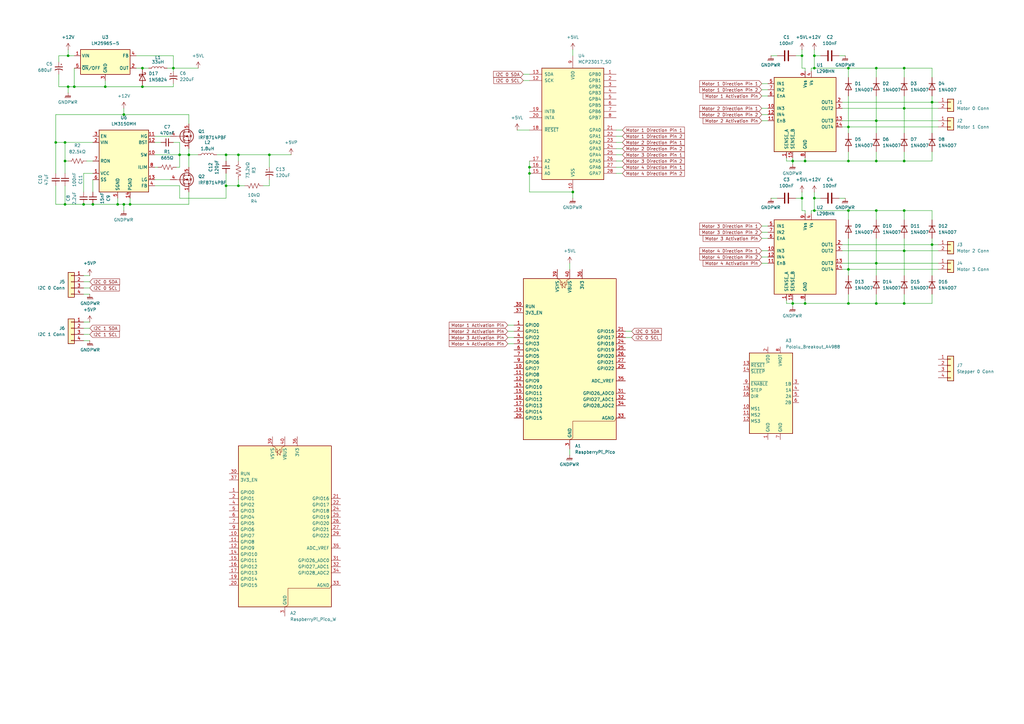
<source format=kicad_sch>
(kicad_sch (version 20250114) (generator "eeschema") (generator_version "9.0")
  (paper "A3")
  (junction (at 27.94 22.86))
  (junction (at 26.67 66.04))
  (junction (at 334.01 86.36))
  (junction (at 234.95 78.74))
  (junction (at 30.48 35.56))
  (junction (at 370.84 44.45))
  (junction (at 50.8 83.82))
  (junction (at 359.41 27.94))
  (junction (at 38.1 83.82))
  (junction (at 48.26 83.82))
  (junction (at 370.84 66.04))
  (junction (at 328.93 81.28))
  (junction (at 217.17 71.12))
  (junction (at 370.84 124.46))
  (junction (at 26.67 58.42))
  (junction (at 71.12 27.94))
  (junction (at 34.29 83.82))
  (junction (at 382.27 100.33))
  (junction (at 325.12 66.04))
  (junction (at 359.41 49.53))
  (junction (at 110.49 63.5))
  (junction (at 53.34 83.82))
  (junction (at 73.66 63.5))
  (junction (at 58.42 27.94))
  (junction (at 347.98 27.94))
  (junction (at 330.2 66.04))
  (junction (at 217.17 68.58))
  (junction (at 334.01 22.86))
  (junction (at 77.47 63.5))
  (junction (at 43.18 35.56))
  (junction (at 97.79 76.2))
  (junction (at 347.98 52.07))
  (junction (at 334.01 81.28))
  (junction (at 50.8 46.99))
  (junction (at 359.41 124.46))
  (junction (at 347.98 110.49))
  (junction (at 359.41 107.95))
  (junction (at 334.01 27.94))
  (junction (at 92.71 63.5))
  (junction (at 347.98 66.04))
  (junction (at 22.86 58.42))
  (junction (at 347.98 86.36))
  (junction (at 347.98 124.46))
  (junction (at 370.84 86.36))
  (junction (at 26.67 83.82))
  (junction (at 359.41 66.04))
  (junction (at 382.27 41.91))
  (junction (at 325.12 124.46))
  (junction (at 370.84 102.87))
  (junction (at 330.2 124.46))
  (junction (at 370.84 27.94))
  (junction (at 97.79 63.5))
  (junction (at 92.71 76.2))
  (junction (at 58.42 35.56))
  (junction (at 27.94 35.56))
  (junction (at 328.93 22.86))
  (junction (at 359.41 86.36))
  (wire (pts (xy 217.17 66.04) (xy 217.17 68.58)))
  (wire (pts (xy 347.98 66.04) (xy 359.41 66.04)))
  (wire (pts (xy 359.41 107.95) (xy 359.41 113.03)))
  (wire (pts (xy 77.47 60.96) (xy 77.47 63.5)))
  (wire (pts (xy 370.84 62.23) (xy 370.84 66.04)))
  (wire (pts (xy 326.39 81.28) (xy 328.93 81.28)))
  (wire (pts (xy 332.74 86.36) (xy 334.01 86.36)))
  (wire (pts (xy 214.63 30.48) (xy 217.17 30.48)))
  (wire (pts (xy 312.42 49.53) (xy 314.96 49.53)))
  (wire (pts (xy 26.67 66.04) (xy 27.94 66.04)))
  (wire (pts (xy 359.41 124.46) (xy 370.84 124.46)))
  (wire (pts (xy 255.27 63.5) (xy 252.73 63.5)))
  (wire (pts (xy 72.39 68.58) (xy 73.66 68.58)))
  (wire (pts (xy 312.42 105.41) (xy 314.96 105.41)))
  (wire (pts (xy 34.29 118.11) (xy 36.83 118.11)))
  (wire (pts (xy 316.23 22.86) (xy 318.77 22.86)))
  (wire (pts (xy 34.29 115.57) (xy 36.83 115.57)))
  (wire (pts (xy 370.84 124.46) (xy 382.27 124.46)))
  (wire (pts (xy 370.84 66.04) (xy 382.27 66.04)))
  (wire (pts (xy 63.5 58.42) (xy 66.04 58.42)))
  (wire (pts (xy 22.86 76.2) (xy 22.86 83.82)))
  (wire (pts (xy 24.13 22.86) (xy 24.13 25.4)))
  (wire (pts (xy 359.41 62.23) (xy 359.41 66.04)))
  (wire (pts (xy 233.68 184.15) (xy 233.68 186.69)))
  (wire (pts (xy 325.12 64.77) (xy 325.12 66.04)))
  (wire (pts (xy 328.93 78.74) (xy 328.93 81.28)))
  (wire (pts (xy 345.44 110.49) (xy 347.98 110.49)))
  (wire (pts (xy 208.28 135.89) (xy 210.82 135.89)))
  (wire (pts (xy 359.41 66.04) (xy 370.84 66.04)))
  (wire (pts (xy 370.84 86.36) (xy 370.84 90.17)))
  (wire (pts (xy 330.2 27.94) (xy 330.2 29.21)))
  (wire (pts (xy 212.09 53.34) (xy 217.17 53.34)))
  (wire (pts (xy 110.49 68.58) (xy 110.49 63.5)))
  (wire (pts (xy 255.27 66.04) (xy 252.73 66.04)))
  (wire (pts (xy 110.49 76.2) (xy 107.95 76.2)))
  (wire (pts (xy 73.66 63.5) (xy 73.66 68.58)))
  (wire (pts (xy 359.41 49.53) (xy 384.81 49.53)))
  (wire (pts (xy 77.47 63.5) (xy 81.28 63.5)))
  (wire (pts (xy 334.01 86.36) (xy 347.98 86.36)))
  (wire (pts (xy 334.01 81.28) (xy 336.55 81.28)))
  (wire (pts (xy 322.58 123.19) (xy 322.58 124.46)))
  (wire (pts (xy 316.23 81.28) (xy 318.77 81.28)))
  (wire (pts (xy 330.2 86.36) (xy 328.93 86.36)))
  (wire (pts (xy 344.17 81.28) (xy 346.71 81.28)))
  (wire (pts (xy 382.27 120.65) (xy 382.27 124.46)))
  (wire (pts (xy 233.68 107.95) (xy 233.68 110.49)))
  (wire (pts (xy 370.84 27.94) (xy 370.84 31.75)))
  (wire (pts (xy 345.44 41.91) (xy 382.27 41.91)))
  (wire (pts (xy 55.88 27.94) (xy 58.42 27.94)))
  (wire (pts (xy 50.8 46.99) (xy 22.86 46.99)))
  (wire (pts (xy 312.42 36.83) (xy 314.96 36.83)))
  (wire (pts (xy 345.44 102.87) (xy 370.84 102.87)))
  (wire (pts (xy 38.1 83.82) (xy 48.26 83.82)))
  (wire (pts (xy 330.2 87.63) (xy 330.2 86.36)))
  (wire (pts (xy 88.9 63.5) (xy 92.71 63.5)))
  (wire (pts (xy 347.98 39.37) (xy 347.98 52.07)))
  (wire (pts (xy 234.95 20.32) (xy 234.95 22.86)))
  (wire (pts (xy 73.66 63.5) (xy 77.47 63.5)))
  (wire (pts (xy 77.47 63.5) (xy 77.47 68.58)))
  (wire (pts (xy 312.42 97.79) (xy 314.96 97.79)))
  (wire (pts (xy 110.49 73.66) (xy 110.49 76.2)))
  (wire (pts (xy 73.66 76.2) (xy 63.5 76.2)))
  (wire (pts (xy 330.2 124.46) (xy 347.98 124.46)))
  (wire (pts (xy 334.01 22.86) (xy 334.01 27.94)))
  (wire (pts (xy 370.84 102.87) (xy 384.81 102.87)))
  (wire (pts (xy 359.41 107.95) (xy 384.81 107.95)))
  (wire (pts (xy 345.44 49.53) (xy 359.41 49.53)))
  (wire (pts (xy 55.88 22.86) (xy 71.12 22.86)))
  (wire (pts (xy 328.93 22.86) (xy 328.93 27.94)))
  (wire (pts (xy 255.27 68.58) (xy 252.73 68.58)))
  (wire (pts (xy 345.44 100.33) (xy 382.27 100.33)))
  (wire (pts (xy 347.98 97.79) (xy 347.98 110.49)))
  (wire (pts (xy 22.86 71.12) (xy 22.86 58.42)))
  (wire (pts (xy 30.48 22.86) (xy 27.94 22.86)))
  (wire (pts (xy 77.47 83.82) (xy 53.34 83.82)))
  (wire (pts (xy 97.79 76.2) (xy 100.33 76.2)))
  (wire (pts (xy 325.12 124.46) (xy 325.12 125.73)))
  (wire (pts (xy 322.58 64.77) (xy 322.58 66.04)))
  (wire (pts (xy 334.01 20.32) (xy 334.01 22.86)))
  (wire (pts (xy 359.41 27.94) (xy 359.41 31.75)))
  (wire (pts (xy 359.41 90.17) (xy 359.41 86.36)))
  (wire (pts (xy 330.2 124.46) (xy 325.12 124.46)))
  (wire (pts (xy 382.27 100.33) (xy 382.27 113.03)))
  (wire (pts (xy 38.1 73.66) (xy 38.1 78.74)))
  (wire (pts (xy 334.01 27.94) (xy 347.98 27.94)))
  (wire (pts (xy 255.27 58.42) (xy 252.73 58.42)))
  (wire (pts (xy 71.12 22.86) (xy 71.12 27.94)))
  (wire (pts (xy 370.84 44.45) (xy 384.81 44.45)))
  (wire (pts (xy 312.42 95.25) (xy 314.96 95.25)))
  (wire (pts (xy 77.47 78.74) (xy 77.47 83.82)))
  (wire (pts (xy 382.27 100.33) (xy 384.81 100.33)))
  (wire (pts (xy 27.94 35.56) (xy 30.48 35.56)))
  (wire (pts (xy 71.12 27.94) (xy 81.28 27.94)))
  (wire (pts (xy 312.42 46.99) (xy 314.96 46.99)))
  (wire (pts (xy 370.84 44.45) (xy 370.84 54.61)))
  (wire (pts (xy 347.98 110.49) (xy 347.98 113.03)))
  (wire (pts (xy 36.83 139.7) (xy 34.29 139.7)))
  (wire (pts (xy 22.86 46.99) (xy 22.86 58.42)))
  (wire (pts (xy 382.27 31.75) (xy 382.27 27.94)))
  (wire (pts (xy 43.18 35.56) (xy 30.48 35.56)))
  (wire (pts (xy 382.27 86.36) (xy 370.84 86.36)))
  (wire (pts (xy 77.47 50.8) (xy 77.47 46.99)))
  (wire (pts (xy 255.27 55.88) (xy 252.73 55.88)))
  (wire (pts (xy 255.27 53.34) (xy 252.73 53.34)))
  (wire (pts (xy 255.27 71.12) (xy 252.73 71.12)))
  (wire (pts (xy 58.42 35.56) (xy 71.12 35.56)))
  (wire (pts (xy 347.98 90.17) (xy 347.98 86.36)))
  (wire (pts (xy 234.95 78.74) (xy 234.95 81.28)))
  (wire (pts (xy 370.84 86.36) (xy 359.41 86.36)))
  (wire (pts (xy 22.86 58.42) (xy 26.67 58.42)))
  (wire (pts (xy 347.98 27.94) (xy 359.41 27.94)))
  (wire (pts (xy 347.98 62.23) (xy 347.98 66.04)))
  (wire (pts (xy 34.29 137.16) (xy 36.83 137.16)))
  (wire (pts (xy 217.17 71.12) (xy 217.17 78.74)))
  (wire (pts (xy 92.71 63.5) (xy 92.71 66.04)))
  (wire (pts (xy 110.49 63.5) (xy 119.38 63.5)))
  (wire (pts (xy 359.41 86.36) (xy 347.98 86.36)))
  (wire (pts (xy 71.12 34.29) (xy 71.12 35.56)))
  (wire (pts (xy 77.47 46.99) (xy 50.8 46.99)))
  (wire (pts (xy 334.01 78.74) (xy 334.01 81.28)))
  (wire (pts (xy 359.41 39.37) (xy 359.41 49.53)))
  (wire (pts (xy 312.42 39.37) (xy 314.96 39.37)))
  (wire (pts (xy 312.42 44.45) (xy 314.96 44.45)))
  (wire (pts (xy 208.28 138.43) (xy 210.82 138.43)))
  (wire (pts (xy 217.17 68.58) (xy 217.17 71.12)))
  (wire (pts (xy 359.41 120.65) (xy 359.41 124.46)))
  (wire (pts (xy 345.44 52.07) (xy 347.98 52.07)))
  (wire (pts (xy 382.27 97.79) (xy 382.27 100.33)))
  (wire (pts (xy 322.58 66.04) (xy 325.12 66.04)))
  (wire (pts (xy 328.93 27.94) (xy 330.2 27.94)))
  (wire (pts (xy 312.42 107.95) (xy 314.96 107.95)))
  (wire (pts (xy 334.01 81.28) (xy 334.01 86.36)))
  (wire (pts (xy 27.94 35.56) (xy 27.94 38.1)))
  (wire (pts (xy 92.71 63.5) (xy 97.79 63.5)))
  (wire (pts (xy 30.48 27.94) (xy 30.48 35.56)))
  (wire (pts (xy 328.93 20.32) (xy 328.93 22.86)))
  (wire (pts (xy 359.41 27.94) (xy 370.84 27.94)))
  (wire (pts (xy 312.42 92.71) (xy 314.96 92.71)))
  (wire (pts (xy 58.42 27.94) (xy 60.96 27.94)))
  (wire (pts (xy 92.71 81.28) (xy 92.71 76.2)))
  (wire (pts (xy 382.27 41.91) (xy 382.27 54.61)))
  (wire (pts (xy 73.66 76.2) (xy 73.66 81.28)))
  (wire (pts (xy 34.29 71.12) (xy 38.1 71.12)))
  (wire (pts (xy 334.01 27.94) (xy 332.74 27.94)))
  (wire (pts (xy 35.56 66.04) (xy 38.1 66.04)))
  (wire (pts (xy 359.41 97.79) (xy 359.41 107.95)))
  (wire (pts (xy 26.67 83.82) (xy 34.29 83.82)))
  (wire (pts (xy 370.84 97.79) (xy 370.84 102.87)))
  (wire (pts (xy 92.71 76.2) (xy 97.79 76.2)))
  (wire (pts (xy 344.17 22.86) (xy 346.71 22.86)))
  (wire (pts (xy 370.84 120.65) (xy 370.84 124.46)))
  (wire (pts (xy 312.42 102.87) (xy 314.96 102.87)))
  (wire (pts (xy 48.26 81.28) (xy 48.26 83.82)))
  (wire (pts (xy 36.83 113.03) (xy 34.29 113.03)))
  (wire (pts (xy 50.8 83.82) (xy 53.34 83.82)))
  (wire (pts (xy 71.12 27.94) (xy 71.12 29.21)))
  (wire (pts (xy 217.17 78.74) (xy 234.95 78.74)))
  (wire (pts (xy 345.44 44.45) (xy 370.84 44.45)))
  (wire (pts (xy 332.74 27.94) (xy 332.74 29.21)))
  (wire (pts (xy 43.18 35.56) (xy 43.18 33.02)))
  (wire (pts (xy 24.13 35.56) (xy 27.94 35.56)))
  (wire (pts (xy 370.84 102.87) (xy 370.84 113.03)))
  (wire (pts (xy 214.63 33.02) (xy 217.17 33.02)))
  (wire (pts (xy 382.27 90.17) (xy 382.27 86.36)))
  (wire (pts (xy 34.29 78.74) (xy 34.29 71.12)))
  (wire (pts (xy 326.39 22.86) (xy 328.93 22.86)))
  (wire (pts (xy 332.74 87.63) (xy 332.74 86.36)))
  (wire (pts (xy 330.2 64.77) (xy 330.2 66.04)))
  (wire (pts (xy 24.13 30.48) (xy 24.13 35.56)))
  (wire (pts (xy 36.83 132.08) (xy 34.29 132.08)))
  (wire (pts (xy 328.93 81.28) (xy 328.93 86.36)))
  (wire (pts (xy 347.98 110.49) (xy 384.81 110.49)))
  (wire (pts (xy 347.98 52.07) (xy 347.98 54.61)))
  (wire (pts (xy 347.98 52.07) (xy 384.81 52.07)))
  (wire (pts (xy 325.12 66.04) (xy 330.2 66.04)))
  (wire (pts (xy 24.13 22.86) (xy 27.94 22.86)))
  (wire (pts (xy 97.79 76.2) (xy 97.79 73.66)))
  (wire (pts (xy 92.71 71.12) (xy 92.71 76.2)))
  (wire (pts (xy 325.12 66.04) (xy 325.12 67.31)))
  (wire (pts (xy 256.54 135.89) (xy 259.08 135.89)))
  (wire (pts (xy 34.29 134.62) (xy 36.83 134.62)))
  (wire (pts (xy 73.66 58.42) (xy 73.66 63.5)))
  (wire (pts (xy 256.54 138.43) (xy 259.08 138.43)))
  (wire (pts (xy 312.42 34.29) (xy 314.96 34.29)))
  (wire (pts (xy 208.28 140.97) (xy 210.82 140.97)))
  (wire (pts (xy 325.12 124.46) (xy 325.12 123.19)))
  (wire (pts (xy 382.27 62.23) (xy 382.27 66.04)))
  (wire (pts (xy 347.98 66.04) (xy 330.2 66.04)))
  (wire (pts (xy 382.27 39.37) (xy 382.27 41.91)))
  (wire (pts (xy 26.67 58.42) (xy 38.1 58.42)))
  (wire (pts (xy 345.44 107.95) (xy 359.41 107.95)))
  (wire (pts (xy 382.27 41.91) (xy 384.81 41.91)))
  (wire (pts (xy 50.8 44.45) (xy 50.8 46.99)))
  (wire (pts (xy 208.28 133.35) (xy 210.82 133.35)))
  (wire (pts (xy 50.8 83.82) (xy 50.8 86.36)))
  (wire (pts (xy 63.5 63.5) (xy 73.66 63.5)))
  (wire (pts (xy 22.86 83.82) (xy 26.67 83.82)))
  (wire (pts (xy 48.26 83.82) (xy 50.8 83.82)))
  (wire (pts (xy 36.83 120.65) (xy 34.29 120.65)))
  (wire (pts (xy 255.27 60.96) (xy 252.73 60.96)))
  (wire (pts (xy 330.2 123.19) (xy 330.2 124.46)))
  (wire (pts (xy 27.94 22.86) (xy 27.94 20.32)))
  (wire (pts (xy 347.98 120.65) (xy 347.98 124.46)))
  (wire (pts (xy 53.34 81.28) (xy 53.34 83.82)))
  (wire (pts (xy 71.12 58.42) (xy 73.66 58.42)))
  (wire (pts (xy 347.98 27.94) (xy 347.98 31.75)))
  (wire (pts (xy 334.01 22.86) (xy 336.55 22.86)))
  (wire (pts (xy 43.18 35.56) (xy 58.42 35.56)))
  (wire (pts (xy 73.66 81.28) (xy 92.71 81.28)))
  (wire (pts (xy 370.84 27.94) (xy 382.27 27.94)))
  (wire (pts (xy 63.5 68.58) (xy 64.77 68.58)))
  (wire (pts (xy 26.67 66.04) (xy 26.67 71.12)))
  (wire (pts (xy 34.29 83.82) (xy 38.1 83.82)))
  (wire (pts (xy 347.98 124.46) (xy 359.41 124.46)))
  (wire (pts (xy 97.79 66.04) (xy 97.79 63.5)))
  (wire (pts (xy 71.12 27.94) (xy 68.58 27.94)))
  (wire (pts (xy 26.67 58.42) (xy 26.67 66.04)))
  (wire (pts (xy 63.5 55.88) (xy 69.85 55.88)))
  (wire (pts (xy 26.67 76.2) (xy 26.67 83.82)))
  (wire (pts (xy 370.84 39.37) (xy 370.84 44.45)))
  (wire (pts (xy 322.58 124.46) (xy 325.12 124.46)))
  (wire (pts (xy 63.5 73.66) (xy 69.85 73.66)))
  (wire (pts (xy 359.41 49.53) (xy 359.41 54.61)))
  (wire (pts (xy 97.79 63.5) (xy 110.49 63.5)))
  (global_label "Motor 4 Activation Pin" (shape input) (at 208.28 140.97 180) (property "Intersheetrefs" "${INTERSHEET_REFS}" (effects (hide yes))))
  (global_label "Motor 3 Activation Pin" (shape input) (at 208.28 138.43 180) (property "Intersheetrefs" "${INTERSHEET_REFS}" (effects (hide yes))))
  (global_label "Motor 1 Direction Pin 2" (shape input) (at 255.27 55.88 0) (property "Intersheetrefs" "${INTERSHEET_REFS}" (effects (hide yes))))
  (global_label "Motor 2 Activation Pin" (shape input) (at 312.42 49.53 180) (property "Intersheetrefs" "${INTERSHEET_REFS}" (effects (hide yes))))
  (global_label "I2C 0 SDA" (shape input) (at 214.63 30.48 180) (property "Intersheetrefs" "${INTERSHEET_REFS}" (effects (hide yes))))
  (global_label "Motor 3 Direction Pin 2" (shape input) (at 255.27 66.04 0) (property "Intersheetrefs" "${INTERSHEET_REFS}" (effects (hide yes))))
  (global_label "I2C 1 SCL" (shape input) (at 36.83 137.16 0) (property "Intersheetrefs" "${INTERSHEET_REFS}" (effects (hide yes))))
  (global_label "Motor 3 Activation Pin" (shape input) (at 312.42 97.79 180) (property "Intersheetrefs" "${INTERSHEET_REFS}" (effects (hide yes))))
  (global_label "Motor 1 Activation Pin" (shape input) (at 312.42 39.37 180) (property "Intersheetrefs" "${INTERSHEET_REFS}" (effects (hide yes))))
  (global_label "I2C 0 SCL" (shape input) (at 259.08 138.43 0) (property "Intersheetrefs" "${INTERSHEET_REFS}" (effects (hide yes))))
  (global_label "Motor 2 Direction Pin 1" (shape input) (at 312.42 44.45 180) (property "Intersheetrefs" "${INTERSHEET_REFS}" (effects (hide yes))))
  (global_label "I2C 1 SDA" (shape input) (at 36.83 134.62 0) (property "Intersheetrefs" "${INTERSHEET_REFS}" (effects (hide yes))))
  (global_label "Motor 3 Direction Pin 2" (shape input) (at 312.42 95.25 180) (property "Intersheetrefs" "${INTERSHEET_REFS}" (effects (hide yes))))
  (global_label "Motor 1 Activation Pin" (shape input) (at 208.28 133.35 180) (property "Intersheetrefs" "${INTERSHEET_REFS}" (effects (hide yes))))
  (global_label "Motor 1 Direction Pin 2" (shape input) (at 312.42 36.83 180) (property "Intersheetrefs" "${INTERSHEET_REFS}" (effects (hide yes))))
  (global_label "Motor 2 Direction Pin 2" (shape input) (at 312.42 46.99 180) (property "Intersheetrefs" "${INTERSHEET_REFS}" (effects (hide yes))))
  (global_label "I2C 0 SCL" (shape input) (at 36.83 118.11 0) (property "Intersheetrefs" "${INTERSHEET_REFS}" (effects (hide yes))))
  (global_label "Motor 4 Direction Pin 2" (shape input) (at 312.42 105.41 180) (property "Intersheetrefs" "${INTERSHEET_REFS}" (effects (hide yes))))
  (global_label "Motor 4 Activation Pin" (shape input) (at 312.42 107.95 180) (property "Intersheetrefs" "${INTERSHEET_REFS}" (effects (hide yes))))
  (global_label "Motor 4 Direction Pin 1" (shape input) (at 312.42 102.87 180) (property "Intersheetrefs" "${INTERSHEET_REFS}" (effects (hide yes))))
  (global_label "I2C 0 SCL" (shape input) (at 214.63 33.02 180) (property "Intersheetrefs" "${INTERSHEET_REFS}" (effects (hide yes))))
  (global_label "I2C 0 SDA" (shape input) (at 259.08 135.89 0) (property "Intersheetrefs" "${INTERSHEET_REFS}" (effects (hide yes))))
  (global_label "Motor 2 Activation Pin" (shape input) (at 208.28 135.89 180) (property "Intersheetrefs" "${INTERSHEET_REFS}" (effects (hide yes))))
  (global_label "Motor 4 Direction Pin 2" (shape input) (at 255.27 71.12 0) (property "Intersheetrefs" "${INTERSHEET_REFS}" (effects (hide yes))))
  (global_label "I2C 0 SDA" (shape input) (at 36.83 115.57 0) (property "Intersheetrefs" "${INTERSHEET_REFS}" (effects (hide yes))))
  (global_label "Motor 1 Direction Pin 1" (shape input) (at 312.42 34.29 180) (property "Intersheetrefs" "${INTERSHEET_REFS}" (effects (hide yes))))
  (global_label "Motor 3 Direction Pin 1" (shape input) (at 255.27 63.5 0) (property "Intersheetrefs" "${INTERSHEET_REFS}" (effects (hide yes))))
  (global_label "Motor 2 Direction Pin 1" (shape input) (at 255.27 58.42 0) (property "Intersheetrefs" "${INTERSHEET_REFS}" (effects (hide yes))))
  (global_label "Motor 2 Direction Pin 2" (shape input) (at 255.27 60.96 0) (property "Intersheetrefs" "${INTERSHEET_REFS}" (effects (hide yes))))
  (global_label "Motor 1 Direction Pin 1" (shape input) (at 255.27 53.34 0) (property "Intersheetrefs" "${INTERSHEET_REFS}" (effects (hide yes))))
  (global_label "Motor 3 Direction Pin 1" (shape input) (at 312.42 92.71 180) (property "Intersheetrefs" "${INTERSHEET_REFS}" (effects (hide yes))))
  (global_label "Motor 4 Direction Pin 1" (shape input) (at 255.27 68.58 0) (property "Intersheetrefs" "${INTERSHEET_REFS}" (effects (hide yes))))
  (symbol (lib_id "power:GNDPWR") (at 27.94 38.1 0) (unit 1)
    (property "Reference" "#PWR014" (effects (hide yes)))
    (property "Value" "GNDPWR" (at 27.813 41.91 0))
    (property "Description" "Power symbol creates a global label with name \"GNDPWR\" , global ground" (effects (hide yes)))
  )
  (symbol (lib_id "Connector_Generic:Conn_01x02") (at 389.89 41.91 0) (unit 1)
    (property "Reference" "J1" (at 392.43 41.9099 0) (effects (justify left)))
    (property "Value" "Motor 0 Conn" (at 392.43 44.4499 0) (effects (justify left)))
    (property "Description" "Generic connector, single row, 01x02, script generated (kicad-library-utils/schlib/autogen/connector/)" (effects (hide yes)))
  )
  (symbol (lib_id "Diode:1N4007") (at 347.98 35.56 270) (unit 1)
    (property "Reference" "D1" (at 350.52 34.2899 90) (effects (justify left)))
    (property "Value" "1N4007" (at 350.52 36.8299 90) (effects (justify left)))
    (property "Footprint" "Diode_THT:D_DO-41_SOD81_P10.16mm_Horizontal" (effects (hide yes)))
    (property "Datasheet" "http://www.vishay.com/docs/88503/1n4001.pdf" (effects (hide yes)))
    (property "Description" "1000V 1A General Purpose Rectifier Diode, DO-41" (effects (hide yes)))
    (property "Sim.Device" "D" (effects (hide yes)))
    (property "Sim.Pins" "1=K 2=A" (effects (hide yes)))
  )
  (symbol (lib_id "Driver_Motor:L298HN") (at 330.2 46.99 0) (unit 1)
    (property "Reference" "U1" (at 334.8833 26.67 0) (effects (justify left)))
    (property "Value" "L298HN" (at 334.8833 29.21 0) (effects (justify left)))
    (property "Footprint" "Package_TO_SOT_THT:TO-220-15_P2.54x2.54mm_StaggerOdd_Lead5.84mm_TabDown" (effects (hide yes)))
    (property "Datasheet" "http://www.st.com/st-web-ui/static/active/en/resource/technical/document/datasheet/CD00000240.pdf" (effects (hide yes)))
    (property "Description" "Dual full bridge motor driver, up to 46V, 4A, Multiwatt15-H" (effects (hide yes)))
  )
  (symbol (lib_id "Diode:1N4007") (at 347.98 116.84 270) (unit 1)
    (property "Reference" "D13" (at 350.52 115.5699 90) (effects (justify left)))
    (property "Value" "1N4007" (at 350.52 118.1099 90) (effects (justify left)))
    (property "Footprint" "Diode_THT:D_DO-41_SOD81_P10.16mm_Horizontal" (effects (hide yes)))
    (property "Datasheet" "http://www.vishay.com/docs/88503/1n4001.pdf" (effects (hide yes)))
    (property "Description" "1000V 1A General Purpose Rectifier Diode, DO-41" (effects (hide yes)))
    (property "Sim.Device" "D" (effects (hide yes)))
    (property "Sim.Pins" "1=K 2=A" (effects (hide yes)))
  )
  (symbol (lib_id "Connector_Generic:Conn_01x04") (at 29.21 134.62 0) (mirror y) (unit 1)
    (property "Reference" "J6" (at 26.67 134.6199 0) (effects (justify left)))
    (property "Value" "I2C 1 Conn" (at 26.67 137.1599 0) (effects (justify left)))
    (property "Description" "Generic connector, single row, 01x04, script generated (kicad-library-utils/schlib/autogen/connector/)" (effects (hide yes)))
  )
  (symbol (lib_id "power:+12V") (at 334.01 20.32 0) (unit 1)
    (property "Reference" "#PWR04" (effects (hide yes)))
    (property "Value" "+12V" (at 334.01 15.24 0))
    (property "Description" "Power symbol creates a global label with name \"+12V\"" (effects (hide yes)))
  )
  (symbol (lib_id "power:+5VP") (at 36.83 113.03 0) (mirror y) (unit 1)
    (property "Reference" "#PWR021" (effects (hide yes)))
    (property "Value" "+5VP" (at 36.83 107.95 0))
    (property "Description" "Power symbol creates a global label with name \"+5VP\"" (effects (hide yes)))
  )
  (symbol (lib_id "power:GNDPWR") (at 346.71 81.28 0) (unit 1)
    (property "Reference" "#PWR010" (effects (hide yes)))
    (property "Value" "GNDPWR" (at 346.583 85.09 0))
    (property "Description" "Power symbol creates a global label with name \"GNDPWR\" , global ground" (effects (hide yes)))
  )
  (symbol (lib_id "Transistor_FET:IRF8721PBF-1") (at 74.93 73.66 0) (unit 1)
    (property "Reference" "Q2" (at 81.28 72.3899 0) (effects (justify left)))
    (property "Value" "IRF8714PBF" (at 81.28 74.9299 0) (effects (justify left)))
    (property "Footprint" "Package_SO:SOIC-8_3.9x4.9mm_P1.27mm" (effects (hide yes)))
    (property "Datasheet" "http://www.irf.com/product-info/datasheets/data/irf8721pbf-1.pdf" (effects (hide yes)))
    (property "Description" "14A Id, 30V Vds, HEXFET N-Channel MOSFET, SO-8" (effects (hide yes)))
  )
  (symbol (lib_id "power:GNDPWR") (at 36.83 139.7 0) (mirror y) (unit 1)
    (property "Reference" "#PWR024" (effects (hide yes)))
    (property "Value" "GNDPWR" (at 36.957 143.51 0))
    (property "Description" "Power symbol creates a global label with name \"GNDPWR\" , global ground" (effects (hide yes)))
  )
  (symbol (lib_id "power:GNDPWR") (at 316.23 22.86 0) (unit 1)
    (property "Reference" "#PWR08" (effects (hide yes)))
    (property "Value" "GNDPWR" (at 316.103 26.67 0))
    (property "Description" "Power symbol creates a global label with name \"GNDPWR\" , global ground" (effects (hide yes)))
  )
  (symbol (lib_id "Regulator_Switching:LM3150MH") (at 50.8 66.04 0) (unit 1)
    (property "Reference" "U6" (at 50.8 48.26 0))
    (property "Value" "LM3150MH" (at 50.8 50.8 0))
    (property "Footprint" "Package_SO:HTSSOP-14-1EP_4.4x5mm_P0.65mm_EP3.4x5mm_Mask3x3.1mm" (effects (hide yes)))
    (property "Datasheet" "http://www.ti.com/lit/ds/symlink/lm3150.pdf" (effects (hide yes)))
    (property "Description" "42V Wide Vin synchronous Buck controller, HTSSOP-14" (effects (hide yes)))
  )
  (symbol (lib_id "Connector_Generic:Conn_01x02") (at 389.89 100.33 0) (unit 1)
    (property "Reference" "J3" (at 392.43 100.3299 0) (effects (justify left)))
    (property "Value" "Motor 2 Conn" (at 392.43 102.8699 0) (effects (justify left)))
    (property "Description" "Generic connector, single row, 01x02, script generated (kicad-library-utils/schlib/autogen/connector/)" (effects (hide yes)))
  )
  (symbol (lib_id "Diode:1N4007") (at 359.41 58.42 270) (unit 1)
    (property "Reference" "D6" (at 361.95 57.1499 90) (effects (justify left)))
    (property "Value" "1N4007" (at 361.95 59.6899 90) (effects (justify left)))
    (property "Footprint" "Diode_THT:D_DO-41_SOD81_P10.16mm_Horizontal" (effects (hide yes)))
    (property "Datasheet" "http://www.vishay.com/docs/88503/1n4001.pdf" (effects (hide yes)))
    (property "Description" "1000V 1A General Purpose Rectifier Diode, DO-41" (effects (hide yes)))
    (property "Sim.Device" "D" (effects (hide yes)))
    (property "Sim.Pins" "1=K 2=A" (effects (hide yes)))
  )
  (symbol (lib_id "Regulator_Switching:LM2596S-5") (at 43.18 25.4 0) (unit 1)
    (property "Reference" "U3" (at 43.18 15.24 0))
    (property "Value" "LM2596S-5" (at 43.18 17.78 0))
    (property "Footprint" "Package_TO_SOT_SMD:TO-263-5_TabPin3" (effects (hide yes)))
    (property "Datasheet" "http://www.ti.com/lit/ds/symlink/lm2596.pdf" (effects (hide yes)))
    (property "Description" "5V 3A Step-Down Voltage Regulator, TO-263" (effects (hide yes)))
  )
  (symbol (lib_id "Diode:1N4007") (at 382.27 116.84 270) (unit 1)
    (property "Reference" "D16" (at 384.81 115.5699 90) (effects (justify left)))
    (property "Value" "1N4007" (at 384.81 118.1099 90) (effects (justify left)))
    (property "Footprint" "Diode_THT:D_DO-41_SOD81_P10.16mm_Horizontal" (effects (hide yes)))
    (property "Datasheet" "http://www.vishay.com/docs/88503/1n4001.pdf" (effects (hide yes)))
    (property "Description" "1000V 1A General Purpose Rectifier Diode, DO-41" (effects (hide yes)))
    (property "Sim.Device" "D" (effects (hide yes)))
    (property "Sim.Pins" "1=K 2=A" (effects (hide yes)))
  )
  (symbol (lib_id "Transistor_FET:IRF8721PBF-1") (at 74.93 55.88 0) (unit 1)
    (property "Reference" "Q1" (at 81.28 54.6099 0) (effects (justify left bottom)))
    (property "Value" "IRF8714PBF" (at 81.28 57.1499 0) (effects (justify left bottom)))
    (property "Footprint" "Package_SO:SOIC-8_3.9x4.9mm_P1.27mm" (effects (hide yes)))
    (property "Datasheet" "http://www.irf.com/product-info/datasheets/data/irf8721pbf-1.pdf" (effects (hide yes)))
    (property "Description" "14A Id, 30V Vds, HEXFET N-Channel MOSFET, SO-8" (effects (hide yes)))
  )
  (symbol (lib_id "Device:C_Polarized_Small_US") (at 24.13 27.94 0) (mirror y) (unit 1)
    (property "Reference" "C5" (at 21.59 26.2381 0) (effects (justify left)))
    (property "Value" "680uF" (at 21.59 28.7781 0) (effects (justify left)))
    (property "Description" "Polarized capacitor, small US symbol" (effects (hide yes)))
  )
  (symbol (lib_id "power:GNDPWR") (at 234.95 81.28 0) (unit 1)
    (property "Reference" "#PWR017" (effects (hide yes)))
    (property "Value" "GNDPWR" (at 234.823 85.09 0))
    (property "Description" "Power symbol creates a global label with name \"GNDPWR\" , global ground" (effects (hide yes)))
  )
  (symbol (lib_id "power:+5VP") (at 81.28 27.94 0) (unit 1)
    (property "Reference" "#PWR011" (effects (hide yes)))
    (property "Value" "+5VL" (at 81.28 22.86 0))
    (property "Description" "Power symbol creates a global label with name \"+5VP\"" (effects (hide yes)))
  )
  (symbol (lib_id "Connector_Generic:Conn_01x04") (at 389.89 149.86 0) (unit 1)
    (property "Reference" "J7" (at 392.43 149.8599 0) (effects (justify left)))
    (property "Value" "Stepper 0 Conn" (at 392.43 152.3999 0) (effects (justify left)))
    (property "Description" "Generic connector, single row, 01x04, script generated (kicad-library-utils/schlib/autogen/connector/)" (effects (hide yes)))
  )
  (symbol (lib_id "Diode:1N5822") (at 58.42 31.75 270) (unit 1)
    (property "Reference" "D17" (at 60.96 30.1624 90) (effects (justify left)))
    (property "Value" "1N5824" (at 60.96 32.7024 90) (effects (justify left)))
    (property "Footprint" "Diode_THT:D_DO-201AD_P15.24mm_Horizontal" (effects (hide yes)))
    (property "Datasheet" "http://www.vishay.com/docs/88526/1n5820.pdf" (effects (hide yes)))
    (property "Description" "40V 3A Schottky Barrier Rectifier Diode, DO-201AD" (effects (hide yes)))
  )
  (symbol (lib_id "Device:C_Small") (at 38.1 81.28 0) (unit 1)
    (property "Reference" "C9" (at 44.45 81.2863 90))
    (property "Value" "15nF" (at 41.91 81.2863 90))
    (property "Description" "Unpolarized capacitor, small symbol" (effects (hide yes)))
  )
  (symbol (lib_id "Connector_Generic:Conn_01x04") (at 29.21 115.57 0) (mirror y) (unit 1)
    (property "Reference" "J5" (at 26.67 115.5699 0) (effects (justify left)))
    (property "Value" "I2C 0 Conn" (at 26.67 118.1099 0) (effects (justify left)))
    (property "Description" "Generic connector, single row, 01x04, script generated (kicad-library-utils/schlib/autogen/connector/)" (effects (hide yes)))
  )
  (symbol (lib_id "Device:R_US") (at 104.14 76.2 90) (mirror x) (unit 1)
    (property "Reference" "R4" (at 104.14 82.55 90))
    (property "Value" "10kΩ" (at 104.14 80.01 90))
    (property "Description" "Resistor, US symbol" (effects (hide yes)))
  )
  (symbol (lib_id "Device:L") (at 85.09 63.5 90) (unit 1)
    (property "Reference" "L2" (at 85.09 58.42 90))
    (property "Value" "1.8uH" (at 85.09 60.96 90))
    (property "Description" "Inductor" (effects (hide yes)))
  )
  (symbol (lib_id "power:GNDPWR") (at 233.68 186.69 0) (unit 1)
    (property "Reference" "#PWR012" (effects (hide yes)))
    (property "Value" "GNDPWR" (at 233.553 190.5 0))
    (property "Description" "Power symbol creates a global label with name \"GNDPWR\" , global ground" (effects (hide yes)))
  )
  (symbol (lib_id "Diode:1N4007") (at 347.98 93.98 270) (unit 1)
    (property "Reference" "D9" (at 350.52 92.7099 90) (effects (justify left)))
    (property "Value" "1N4007" (at 350.52 95.2499 90) (effects (justify left)))
    (property "Footprint" "Diode_THT:D_DO-41_SOD81_P10.16mm_Horizontal" (effects (hide yes)))
    (property "Datasheet" "http://www.vishay.com/docs/88503/1n4001.pdf" (effects (hide yes)))
    (property "Description" "1000V 1A General Purpose Rectifier Diode, DO-41" (effects (hide yes)))
    (property "Sim.Device" "D" (effects (hide yes)))
    (property "Sim.Pins" "1=K 2=A" (effects (hide yes)))
  )
  (symbol (lib_id "Diode:1N4007") (at 347.98 58.42 270) (unit 1)
    (property "Reference" "D5" (at 350.52 57.1499 90) (effects (justify left)))
    (property "Value" "1N4007" (at 350.52 59.6899 90) (effects (justify left)))
    (property "Footprint" "Diode_THT:D_DO-41_SOD81_P10.16mm_Horizontal" (effects (hide yes)))
    (property "Datasheet" "http://www.vishay.com/docs/88503/1n4001.pdf" (effects (hide yes)))
    (property "Description" "1000V 1A General Purpose Rectifier Diode, DO-41" (effects (hide yes)))
    (property "Sim.Device" "D" (effects (hide yes)))
    (property "Sim.Pins" "1=K 2=A" (effects (hide yes)))
  )
  (symbol (lib_id "Diode:1N4007") (at 359.41 93.98 270) (unit 1)
    (property "Reference" "D10" (at 361.95 92.7099 90) (effects (justify left)))
    (property "Value" "1N4007" (at 361.95 95.2499 90) (effects (justify left)))
    (property "Footprint" "Diode_THT:D_DO-41_SOD81_P10.16mm_Horizontal" (effects (hide yes)))
    (property "Datasheet" "http://www.vishay.com/docs/88503/1n4001.pdf" (effects (hide yes)))
    (property "Description" "1000V 1A General Purpose Rectifier Diode, DO-41" (effects (hide yes)))
    (property "Sim.Device" "D" (effects (hide yes)))
    (property "Sim.Pins" "1=K 2=A" (effects (hide yes)))
  )
  (symbol (lib_id "Diode:1N4007") (at 359.41 35.56 270) (unit 1)
    (property "Reference" "D2" (at 361.95 34.2899 90) (effects (justify left)))
    (property "Value" "1N4007" (at 361.95 36.8299 90) (effects (justify left)))
    (property "Footprint" "Diode_THT:D_DO-41_SOD81_P10.16mm_Horizontal" (effects (hide yes)))
    (property "Datasheet" "http://www.vishay.com/docs/88503/1n4001.pdf" (effects (hide yes)))
    (property "Description" "1000V 1A General Purpose Rectifier Diode, DO-41" (effects (hide yes)))
    (property "Sim.Device" "D" (effects (hide yes)))
    (property "Sim.Pins" "1=K 2=A" (effects (hide yes)))
  )
  (symbol (lib_id "Diode:1N4007") (at 359.41 116.84 270) (unit 1)
    (property "Reference" "D14" (at 361.95 115.5699 90) (effects (justify left)))
    (property "Value" "1N4007" (at 361.95 118.1099 90) (effects (justify left)))
    (property "Footprint" "Diode_THT:D_DO-41_SOD81_P10.16mm_Horizontal" (effects (hide yes)))
    (property "Datasheet" "http://www.vishay.com/docs/88503/1n4001.pdf" (effects (hide yes)))
    (property "Description" "1000V 1A General Purpose Rectifier Diode, DO-41" (effects (hide yes)))
    (property "Sim.Device" "D" (effects (hide yes)))
    (property "Sim.Pins" "1=K 2=A" (effects (hide yes)))
  )
  (symbol (lib_id "Interface_Expansion:MCP23017_SO") (at 234.95 50.8 0) (unit 1)
    (property "Reference" "U4" (at 237.0933 22.86 0) (effects (justify left)))
    (property "Value" "MCP23017_SO" (at 237.0933 25.4 0) (effects (justify left)))
    (property "Footprint" "Package_SO:SOIC-28W_7.5x17.9mm_P1.27mm" (effects (hide yes)))
    (property "Datasheet" "https://ww1.microchip.com/downloads/aemDocuments/documents/APID/ProductDocuments/DataSheets/MCP23017-Data-Sheet-DS20001952.pdf" (effects (hide yes)))
    (property "Description" "16-bit I/O expander, I2C, interrupts, w pull-ups, GPA/B7 output only (https://microchip.my.site.com/s/article/GPA7---GPB7-Cannot-Be-Used-as-Inputs-In-MCP23017),  SOIC-28" (effects (hide yes)))
  )
  (symbol (lib_id "Diode:1N4007") (at 370.84 116.84 270) (unit 1)
    (property "Reference" "D15" (at 373.38 115.5699 90) (effects (justify left)))
    (property "Value" "1N4007" (at 373.38 118.1099 90) (effects (justify left)))
    (property "Footprint" "Diode_THT:D_DO-41_SOD81_P10.16mm_Horizontal" (effects (hide yes)))
    (property "Datasheet" "http://www.vishay.com/docs/88503/1n4001.pdf" (effects (hide yes)))
    (property "Description" "1000V 1A General Purpose Rectifier Diode, DO-41" (effects (hide yes)))
    (property "Sim.Device" "D" (effects (hide yes)))
    (property "Sim.Pins" "1=K 2=A" (effects (hide yes)))
  )
  (symbol (lib_id "Device:R_US") (at 31.75 66.04 90) (unit 1)
    (property "Reference" "R2" (at 31.75 59.69 90))
    (property "Value" "82.5kΩ" (at 31.75 62.23 90))
    (property "Description" "Resistor, US symbol" (effects (hide yes)))
  )
  (symbol (lib_id "Device:C_Small") (at 34.29 81.28 0) (mirror y) (unit 1)
    (property "Reference" "C8" (at 27.94 81.2863 90))
    (property "Value" "2.2uF" (at 30.48 81.2863 90))
    (property "Description" "Unpolarized capacitor, small symbol" (effects (hide yes)))
  )
  (symbol (lib_id "power:GNDPWR") (at 325.12 67.31 0) (unit 1)
    (property "Reference" "#PWR02" (effects (hide yes)))
    (property "Value" "GNDPWR" (at 324.993 71.12 0))
    (property "Description" "Power symbol creates a global label with name \"GNDPWR\" , global ground" (effects (hide yes)))
  )
  (symbol (lib_id "power:+12V") (at 27.94 20.32 0) (unit 1)
    (property "Reference" "#PWR013" (effects (hide yes)))
    (property "Value" "+12V" (at 27.94 15.24 0))
    (property "Description" "Power symbol creates a global label with name \"+12V\"" (effects (hide yes)))
  )
  (symbol (lib_id "power:+5VL") (at 328.93 20.32 0) (unit 1)
    (property "Reference" "#PWR015" (effects (hide yes)))
    (property "Value" "+5VL" (at 328.93 15.24 0))
    (property "Description" "Power symbol creates a global label with name \"+5VL\"" (effects (hide yes)))
  )
  (symbol (lib_id "power:GNDPWR") (at 346.71 22.86 0) (unit 1)
    (property "Reference" "#PWR07" (effects (hide yes)))
    (property "Value" "GNDPWR" (at 346.583 26.67 0))
    (property "Description" "Power symbol creates a global label with name \"GNDPWR\" , global ground" (effects (hide yes)))
  )
  (symbol (lib_id "power:+5VP") (at 36.83 132.08 0) (mirror y) (unit 1)
    (property "Reference" "#PWR023" (effects (hide yes)))
    (property "Value" "+5VP" (at 36.83 127 0))
    (property "Description" "Power symbol creates a global label with name \"+5VP\"" (effects (hide yes)))
  )
  (symbol (lib_id "Driver_Motor:L298HN") (at 330.2 105.41 0) (unit 1)
    (property "Reference" "U2" (at 334.8833 85.09 0) (effects (justify left)))
    (property "Value" "L298HN" (at 334.8833 87.63 0) (effects (justify left)))
    (property "Footprint" "Package_TO_SOT_THT:TO-220-15_P2.54x2.54mm_StaggerOdd_Lead5.84mm_TabDown" (effects (hide yes)))
    (property "Datasheet" "http://www.st.com/st-web-ui/static/active/en/resource/technical/document/datasheet/CD00000240.pdf" (effects (hide yes)))
    (property "Description" "Dual full bridge motor driver, up to 46V, 4A, Multiwatt15-H" (effects (hide yes)))
  )
  (symbol (lib_id "Driver_Motor:Pololu_Breakout_A4988") (at 314.96 160.02 0) (unit 1)
    (property "Reference" "A3" (at 322.1833 139.7 0) (effects (justify left)))
    (property "Value" "Pololu_Breakout_A4988" (at 322.1833 142.24 0) (effects (justify left)))
    (property "Footprint" "Module:Pololu_Breakout-16_15.2x20.3mm" (effects (hide yes)))
    (property "Datasheet" "https://www.pololu.com/product/2980/pictures" (effects (hide yes)))
    (property "Description" "Pololu Breakout Board, Stepper Driver A4988" (effects (hide yes)))
  )
  (symbol (lib_id "Device:C_Polarized_Small_US") (at 110.49 71.12 0) (unit 1)
    (property "Reference" "C13" (at 113.03 69.4181 0) (effects (justify left)))
    (property "Value" "120uF" (at 113.03 71.9581 0) (effects (justify left)))
    (property "Description" "Polarized capacitor, small US symbol" (effects (hide yes)))
  )
  (symbol (lib_id "Connector_Generic:Conn_01x02") (at 389.89 49.53 0) (unit 1)
    (property "Reference" "J2" (at 392.43 49.5299 0) (effects (justify left)))
    (property "Value" "Motor 1 Conn" (at 392.43 52.0699 0) (effects (justify left)))
    (property "Description" "Generic connector, single row, 01x02, script generated (kicad-library-utils/schlib/autogen/connector/)" (effects (hide yes)))
  )
  (symbol (lib_id "Device:R_US") (at 97.79 69.85 0) (mirror x) (unit 1)
    (property "Reference" "R3" (at 104.14 69.85 90))
    (property "Value" "73.2kΩ" (at 101.6 69.85 90))
    (property "Description" "Resistor, US symbol" (effects (hide yes)))
  )
  (symbol (lib_id "Device:C_Small") (at 92.71 68.58 0) (mirror y) (unit 1)
    (property "Reference" "C12" (at 86.36 68.5863 90))
    (property "Value" "120pF" (at 88.9 68.5863 90))
    (property "Description" "Unpolarized capacitor, small symbol" (effects (hide yes)))
  )
  (symbol (lib_id "Diode:1N4007") (at 382.27 93.98 270) (unit 1)
    (property "Reference" "D12" (at 384.81 92.7099 90) (effects (justify left)))
    (property "Value" "1N4007" (at 384.81 95.2499 90) (effects (justify left)))
    (property "Footprint" "Diode_THT:D_DO-41_SOD81_P10.16mm_Horizontal" (effects (hide yes)))
    (property "Datasheet" "http://www.vishay.com/docs/88503/1n4001.pdf" (effects (hide yes)))
    (property "Description" "1000V 1A General Purpose Rectifier Diode, DO-41" (effects (hide yes)))
    (property "Sim.Device" "D" (effects (hide yes)))
    (property "Sim.Pins" "1=K 2=A" (effects (hide yes)))
  )
  (symbol (lib_id "Diode:1N4007") (at 370.84 93.98 270) (unit 1)
    (property "Reference" "D11" (at 373.38 92.7099 90) (effects (justify left)))
    (property "Value" "1N4007" (at 373.38 95.2499 90) (effects (justify left)))
    (property "Footprint" "Diode_THT:D_DO-41_SOD81_P10.16mm_Horizontal" (effects (hide yes)))
    (property "Datasheet" "http://www.vishay.com/docs/88503/1n4001.pdf" (effects (hide yes)))
    (property "Description" "1000V 1A General Purpose Rectifier Diode, DO-41" (effects (hide yes)))
    (property "Sim.Device" "D" (effects (hide yes)))
    (property "Sim.Pins" "1=K 2=A" (effects (hide yes)))
  )
  (symbol (lib_id "power:GNDPWR") (at 316.23 81.28 0) (unit 1)
    (property "Reference" "#PWR09" (effects (hide yes)))
    (property "Value" "GNDPWR" (at 316.103 85.09 0))
    (property "Description" "Power symbol creates a global label with name \"GNDPWR\" , global ground" (effects (hide yes)))
  )
  (symbol (lib_id "power:+5VL") (at 328.93 78.74 0) (unit 1)
    (property "Reference" "#PWR03" (effects (hide yes)))
    (property "Value" "+5VL" (at 328.93 73.66 0))
    (property "Description" "Power symbol creates a global label with name \"+5VL\"" (effects (hide yes)))
  )
  (symbol (lib_id "power:+5VL") (at 212.09 53.34 0) (unit 1)
    (property "Reference" "#PWR025" (effects (hide yes)))
    (property "Value" "+5VL" (at 212.09 48.26 0))
    (property "Description" "Power symbol creates a global label with name \"+5VL\"" (effects (hide yes)))
  )
  (symbol (lib_id "Device:C") (at 340.36 22.86 270) (unit 1)
    (property "Reference" "C2" (at 340.36 15.24 90))
    (property "Value" "100nF" (at 340.36 17.78 90))
    (property "Description" "Unpolarized capacitor" (effects (hide yes)))
  )
  (symbol (lib_id "Device:C_Small") (at 22.86 73.66 0) (mirror y) (unit 1)
    (property "Reference" "C10" (at 16.51 73.6663 90))
    (property "Value" "47uF" (at 19.05 73.6663 90))
    (property "Description" "Unpolarized capacitor, small symbol" (effects (hide yes)))
  )
  (symbol (lib_id "Connector_Generic:Conn_01x02") (at 389.89 107.95 0) (unit 1)
    (property "Reference" "J4" (at 392.43 107.9499 0) (effects (justify left)))
    (property "Value" "Motor 3 Conn" (at 392.43 110.4899 0) (effects (justify left)))
    (property "Description" "Generic connector, single row, 01x02, script generated (kicad-library-utils/schlib/autogen/connector/)" (effects (hide yes)))
  )
  (symbol (lib_id "power:+12V") (at 334.01 78.74 0) (unit 1)
    (property "Reference" "#PWR06" (effects (hide yes)))
    (property "Value" "+12V" (at 334.01 73.66 0))
    (property "Description" "Power symbol creates a global label with name \"+12V\"" (effects (hide yes)))
  )
  (symbol (lib_id "Device:C") (at 322.58 22.86 270) (unit 1)
    (property "Reference" "C1" (at 322.58 15.24 90))
    (property "Value" "100nF" (at 322.58 17.78 90))
    (property "Description" "Unpolarized capacitor" (effects (hide yes)))
  )
  (symbol (lib_id "Diode:1N4007") (at 370.84 35.56 270) (unit 1)
    (property "Reference" "D3" (at 373.38 34.2899 90) (effects (justify left)))
    (property "Value" "1N4007" (at 373.38 36.8299 90) (effects (justify left)))
    (property "Footprint" "Diode_THT:D_DO-41_SOD81_P10.16mm_Horizontal" (effects (hide yes)))
    (property "Datasheet" "http://www.vishay.com/docs/88503/1n4001.pdf" (effects (hide yes)))
    (property "Description" "1000V 1A General Purpose Rectifier Diode, DO-41" (effects (hide yes)))
    (property "Sim.Device" "D" (effects (hide yes)))
    (property "Sim.Pins" "1=K 2=A" (effects (hide yes)))
  )
  (symbol (lib_id "Diode:1N4007") (at 370.84 58.42 270) (unit 1)
    (property "Reference" "D7" (at 373.38 57.1499 90) (effects (justify left)))
    (property "Value" "1N4007" (at 373.38 59.6899 90) (effects (justify left)))
    (property "Footprint" "Diode_THT:D_DO-41_SOD81_P10.16mm_Horizontal" (effects (hide yes)))
    (property "Datasheet" "http://www.vishay.com/docs/88503/1n4001.pdf" (effects (hide yes)))
    (property "Description" "1000V 1A General Purpose Rectifier Diode, DO-41" (effects (hide yes)))
    (property "Sim.Device" "D" (effects (hide yes)))
    (property "Sim.Pins" "1=K 2=A" (effects (hide yes)))
  )
  (symbol (lib_id "Device:C_Small") (at 26.67 73.66 0) (unit 1)
    (property "Reference" "C11" (at 33.02 73.6663 90))
    (property "Value" "100nF" (at 30.48 73.6663 90))
    (property "Description" "Unpolarized capacitor, small symbol" (effects (hide yes)))
  )
  (symbol (lib_id "MCU_Module:RaspberryPi_Pico_W") (at 116.84 217.17 0) (unit 1)
    (property "Reference" "A2" (at 118.9833 251.46 0) (effects (justify left)))
    (property "Value" "RaspberryPi_Pico_W" (at 118.9833 254 0) (effects (justify left)))
    (property "Footprint" "Module:RaspberryPi_Pico_W_SMD_HandSolder" (effects (hide yes)))
    (property "Datasheet" "https://datasheets.raspberrypi.com/picow/pico-w-datasheet.pdf" (effects (hide yes)))
    (property "Description" "Versatile and inexpensive wireless microcontroller module powered by RP2040 dual-core Arm Cortex-M0+ processor up to 133 MHz, 264kB SRAM, 2MB QSPI flash, Infineon CYW43439 2.4GHz 802.11n wireless LAN; also supports Raspberry Pi Pico 2 W" (effects (hide yes)))
  )
  (symbol (lib_id "power:+12V") (at 50.8 44.45 0) (unit 1)
    (property "Reference" "#PWR019" (effects (hide yes)))
    (property "Value" "+12V" (at 50.8 39.37 0))
    (property "Description" "Power symbol creates a global label with name \"+12V\"" (effects (hide yes)))
  )
  (symbol (lib_id "Device:L") (at 64.77 27.94 90) (unit 1)
    (property "Reference" "L1" (at 64.77 22.86 90) (effects (justify bottom)))
    (property "Value" "33uH" (at 64.77 25.4 90))
    (property "Description" "Inductor" (effects (hide yes)))
  )
  (symbol (lib_id "Diode:1N4007") (at 382.27 58.42 270) (unit 1)
    (property "Reference" "D8" (at 384.81 57.1499 90) (effects (justify left)))
    (property "Value" "1N4007" (at 384.81 59.6899 90) (effects (justify left)))
    (property "Footprint" "Diode_THT:D_DO-41_SOD81_P10.16mm_Horizontal" (effects (hide yes)))
    (property "Datasheet" "http://www.vishay.com/docs/88503/1n4001.pdf" (effects (hide yes)))
    (property "Description" "1000V 1A General Purpose Rectifier Diode, DO-41" (effects (hide yes)))
    (property "Sim.Device" "D" (effects (hide yes)))
    (property "Sim.Pins" "1=K 2=A" (effects (hide yes)))
  )
  (symbol (lib_id "power:+5VL") (at 234.95 20.32 0) (unit 1)
    (property "Reference" "#PWR016" (effects (hide yes)))
    (property "Value" "+5VL" (at 234.95 15.24 0))
    (property "Description" "Power symbol creates a global label with name \"+5VL\"" (effects (hide yes)))
  )
  (symbol (lib_id "power:+5VL") (at 233.68 107.95 0) (unit 1)
    (property "Reference" "#PWR05" (effects (hide yes)))
    (property "Value" "+5VL" (at 233.68 102.87 0))
    (property "Description" "Power symbol creates a global label with name \"+5VL\"" (effects (hide yes)))
  )
  (symbol (lib_id "Device:C") (at 340.36 81.28 90) (unit 1)
    (property "Reference" "C4" (at 340.36 73.66 90))
    (property "Value" "100nF" (at 340.36 76.2 90))
    (property "Description" "Unpolarized capacitor" (effects (hide yes)))
  )
  (symbol (lib_id "Device:C_Small") (at 68.58 58.42 90) (unit 1)
    (property "Reference" "C7" (at 68.5863 52.07 90))
    (property "Value" "470nF" (at 68.5863 54.61 90))
    (property "Description" "Unpolarized capacitor, small symbol" (effects (hide yes)))
  )
  (symbol (lib_id "Device:C") (at 322.58 81.28 90) (unit 1)
    (property "Reference" "C3" (at 322.58 73.66 90))
    (property "Value" "100nF" (at 322.58 76.2 90))
    (property "Description" "Unpolarized capacitor" (effects (hide yes)))
  )
  (symbol (lib_id "power:GNDPWR") (at 36.83 120.65 0) (mirror y) (unit 1)
    (property "Reference" "#PWR022" (effects (hide yes)))
    (property "Value" "GNDPWR" (at 36.957 124.46 0))
    (property "Description" "Power symbol creates a global label with name \"GNDPWR\" , global ground" (effects (hide yes)))
  )
  (symbol (lib_id "Device:C_Polarized_Small_US") (at 71.12 31.75 0) (unit 1)
    (property "Reference" "C6" (at 73.66 30.0481 0) (effects (justify left)))
    (property "Value" "220uF" (at 73.66 32.5881 0) (effects (justify left)))
    (property "Description" "Polarized capacitor, small US symbol" (effects (hide yes)))
  )
  (symbol (lib_id "Device:R_US") (at 68.58 68.58 90) (unit 1)
    (property "Reference" "R1" (at 68.58 62.23 90))
    (property "Value" "665Ω" (at 68.58 64.77 90))
    (property "Description" "Resistor, US symbol" (effects (hide yes)))
  )
  (symbol (lib_id "MCU_Module:RaspberryPi_Pico") (at 233.68 148.59 0) (unit 1)
    (property "Reference" "A1" (at 235.8233 182.88 0) (effects (justify left)))
    (property "Value" "RaspberryPi_Pico" (at 235.8233 185.42 0) (effects (justify left)))
    (property "Footprint" "Module:RaspberryPi_Pico_Common_Unspecified" (effects (hide yes)))
    (property "Datasheet" "https://datasheets.raspberrypi.com/pico/pico-datasheet.pdf" (effects (hide yes)))
    (property "Description" "Versatile and inexpensive microcontroller module powered by RP2040 dual-core Arm Cortex-M0+ processor up to 133 MHz, 264kB SRAM, 2MB QSPI flash; also supports Raspberry Pi Pico 2" (effects (hide yes)))
  )
  (symbol (lib_id "power:+5VP") (at 119.38 63.5 0) (unit 1)
    (property "Reference" "#PWR020" (effects (hide yes)))
    (property "Value" "+5VP" (at 119.38 58.42 0))
    (property "Description" "Power symbol creates a global label with name \"+5VP\"" (effects (hide yes)))
  )
  (symbol (lib_id "Diode:1N4007") (at 382.27 35.56 270) (unit 1)
    (property "Reference" "D4" (at 384.81 34.2899 90) (effects (justify left)))
    (property "Value" "1N4007" (at 384.81 36.8299 90) (effects (justify left)))
    (property "Footprint" "Diode_THT:D_DO-41_SOD81_P10.16mm_Horizontal" (effects (hide yes)))
    (property "Datasheet" "http://www.vishay.com/docs/88503/1n4001.pdf" (effects (hide yes)))
    (property "Description" "1000V 1A General Purpose Rectifier Diode, DO-41" (effects (hide yes)))
    (property "Sim.Device" "D" (effects (hide yes)))
    (property "Sim.Pins" "1=K 2=A" (effects (hide yes)))
  )
  (symbol (lib_id "power:GNDPWR") (at 50.8 86.36 0) (unit 1)
    (property "Reference" "#PWR018" (effects (hide yes)))
    (property "Value" "GNDPWR" (at 50.673 90.17 0))
    (property "Description" "Power symbol creates a global label with name \"GNDPWR\" , global ground" (effects (hide yes)))
  )
  (symbol (lib_id "power:GNDPWR") (at 325.12 125.73 0) (unit 1)
    (property "Reference" "#PWR01" (effects (hide yes)))
    (property "Value" "GNDPWR" (at 324.993 129.54 0))
    (property "Description" "Power symbol creates a global label with name \"GNDPWR\" , global ground" (effects (hide yes)))
  )
)
</source>
